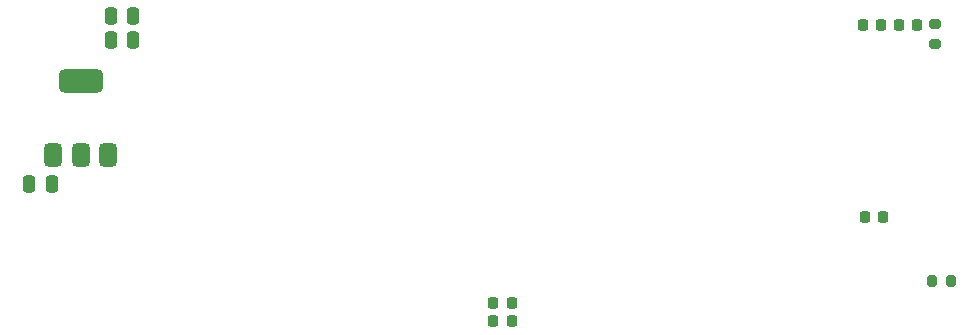
<source format=gbp>
G04 #@! TF.GenerationSoftware,KiCad,Pcbnew,8.0.9*
G04 #@! TF.CreationDate,2025-05-18T21:41:49+02:00*
G04 #@! TF.ProjectId,sensor-hub,73656e73-6f72-42d6-9875-622e6b696361,rev?*
G04 #@! TF.SameCoordinates,Original*
G04 #@! TF.FileFunction,Paste,Bot*
G04 #@! TF.FilePolarity,Positive*
%FSLAX46Y46*%
G04 Gerber Fmt 4.6, Leading zero omitted, Abs format (unit mm)*
G04 Created by KiCad (PCBNEW 8.0.9) date 2025-05-18 21:41:49*
%MOMM*%
%LPD*%
G01*
G04 APERTURE LIST*
G04 Aperture macros list*
%AMRoundRect*
0 Rectangle with rounded corners*
0 $1 Rounding radius*
0 $2 $3 $4 $5 $6 $7 $8 $9 X,Y pos of 4 corners*
0 Add a 4 corners polygon primitive as box body*
4,1,4,$2,$3,$4,$5,$6,$7,$8,$9,$2,$3,0*
0 Add four circle primitives for the rounded corners*
1,1,$1+$1,$2,$3*
1,1,$1+$1,$4,$5*
1,1,$1+$1,$6,$7*
1,1,$1+$1,$8,$9*
0 Add four rect primitives between the rounded corners*
20,1,$1+$1,$2,$3,$4,$5,0*
20,1,$1+$1,$4,$5,$6,$7,0*
20,1,$1+$1,$6,$7,$8,$9,0*
20,1,$1+$1,$8,$9,$2,$3,0*%
G04 Aperture macros list end*
%ADD10RoundRect,0.225000X-0.225000X-0.250000X0.225000X-0.250000X0.225000X0.250000X-0.225000X0.250000X0*%
%ADD11RoundRect,0.225000X0.225000X0.250000X-0.225000X0.250000X-0.225000X-0.250000X0.225000X-0.250000X0*%
%ADD12RoundRect,0.200000X-0.200000X-0.275000X0.200000X-0.275000X0.200000X0.275000X-0.200000X0.275000X0*%
%ADD13RoundRect,0.375000X0.375000X-0.625000X0.375000X0.625000X-0.375000X0.625000X-0.375000X-0.625000X0*%
%ADD14RoundRect,0.500000X1.400000X-0.500000X1.400000X0.500000X-1.400000X0.500000X-1.400000X-0.500000X0*%
%ADD15RoundRect,0.250000X-0.250000X-0.475000X0.250000X-0.475000X0.250000X0.475000X-0.250000X0.475000X0*%
%ADD16RoundRect,0.250000X0.250000X0.475000X-0.250000X0.475000X-0.250000X-0.475000X0.250000X-0.475000X0*%
%ADD17RoundRect,0.200000X-0.275000X0.200000X-0.275000X-0.200000X0.275000X-0.200000X0.275000X0.200000X0*%
G04 APERTURE END LIST*
D10*
X119400000Y-116550000D03*
X120950000Y-116550000D03*
D11*
X89500000Y-123875000D03*
X87950000Y-123875000D03*
D12*
X125075000Y-122000000D03*
X126725000Y-122000000D03*
D10*
X122262500Y-100300000D03*
X123812500Y-100300000D03*
D13*
X55300000Y-111350000D03*
X53000000Y-111350000D03*
D14*
X53000000Y-105050000D03*
D13*
X50700000Y-111350000D03*
D15*
X55550000Y-101600000D03*
X57450000Y-101600000D03*
D11*
X120762500Y-100300000D03*
X119212500Y-100300000D03*
D15*
X55550000Y-99550000D03*
X57450000Y-99550000D03*
D16*
X50550000Y-113800000D03*
X48650000Y-113800000D03*
D11*
X89500000Y-125400000D03*
X87950000Y-125400000D03*
D17*
X125312500Y-100250000D03*
X125312500Y-101900000D03*
M02*

</source>
